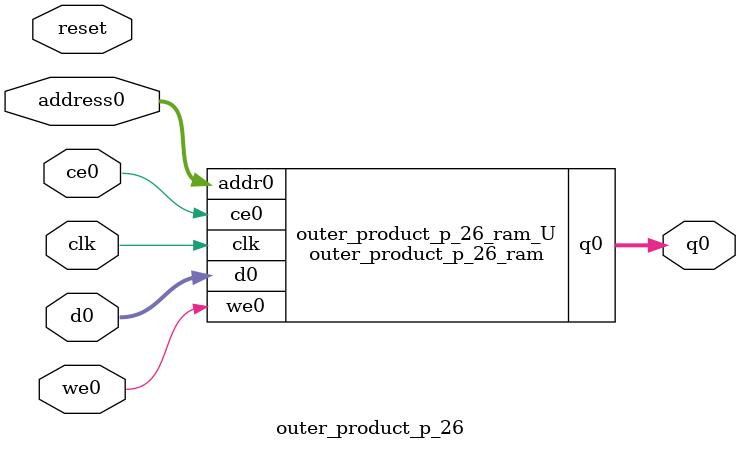
<source format=v>
`timescale 1 ns / 1 ps
module outer_product_p_26_ram (addr0, ce0, d0, we0, q0,  clk);

parameter DWIDTH = 32;
parameter AWIDTH = 5;
parameter MEM_SIZE = 20;

input[AWIDTH-1:0] addr0;
input ce0;
input[DWIDTH-1:0] d0;
input we0;
output reg[DWIDTH-1:0] q0;
input clk;

(* ram_style = "distributed" *)reg [DWIDTH-1:0] ram[0:MEM_SIZE-1];




always @(posedge clk)  
begin 
    if (ce0) 
    begin
        if (we0) 
        begin 
            ram[addr0] <= d0; 
        end 
        q0 <= ram[addr0];
    end
end


endmodule

`timescale 1 ns / 1 ps
module outer_product_p_26(
    reset,
    clk,
    address0,
    ce0,
    we0,
    d0,
    q0);

parameter DataWidth = 32'd32;
parameter AddressRange = 32'd20;
parameter AddressWidth = 32'd5;
input reset;
input clk;
input[AddressWidth - 1:0] address0;
input ce0;
input we0;
input[DataWidth - 1:0] d0;
output[DataWidth - 1:0] q0;



outer_product_p_26_ram outer_product_p_26_ram_U(
    .clk( clk ),
    .addr0( address0 ),
    .ce0( ce0 ),
    .we0( we0 ),
    .d0( d0 ),
    .q0( q0 ));

endmodule


</source>
